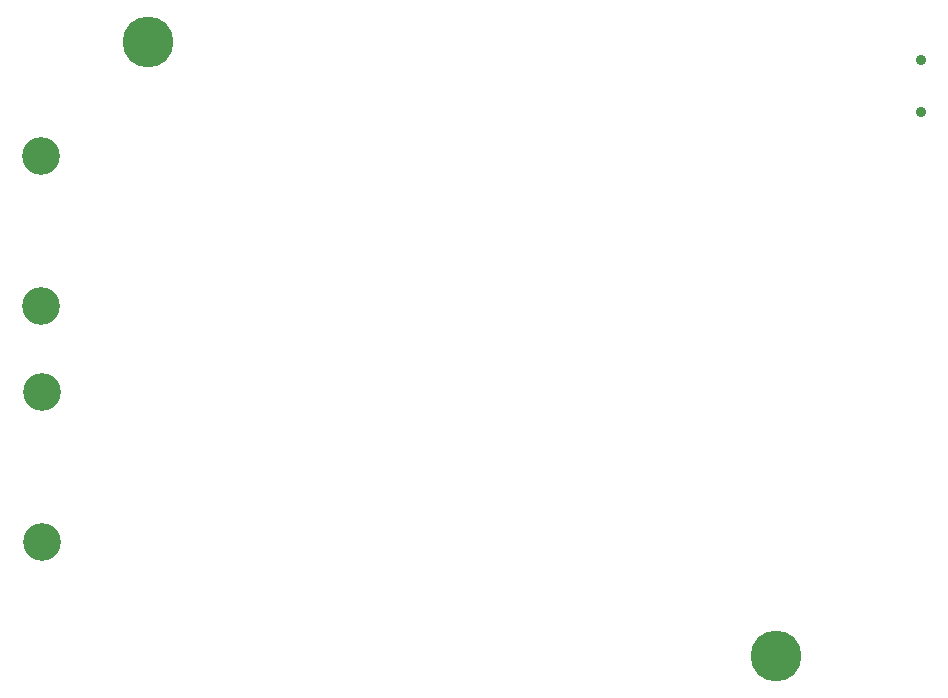
<source format=gbr>
%TF.GenerationSoftware,KiCad,Pcbnew,(6.0.4)*%
%TF.CreationDate,2023-06-02T13:45:16+02:00*%
%TF.ProjectId,Modbus-RJ45-Breakout,4d6f6462-7573-42d5-924a-34352d427265,0.0.2*%
%TF.SameCoordinates,Original*%
%TF.FileFunction,NonPlated,1,2,NPTH,Drill*%
%TF.FilePolarity,Positive*%
%FSLAX46Y46*%
G04 Gerber Fmt 4.6, Leading zero omitted, Abs format (unit mm)*
G04 Created by KiCad (PCBNEW (6.0.4)) date 2023-06-02 13:45:16*
%MOMM*%
%LPD*%
G01*
G04 APERTURE LIST*
%TA.AperFunction,ComponentDrill*%
%ADD10C,0.900000*%
%TD*%
%TA.AperFunction,ComponentDrill*%
%ADD11C,3.200000*%
%TD*%
%TA.AperFunction,ComponentDrill*%
%ADD12C,4.300000*%
%TD*%
G04 APERTURE END LIST*
D10*
%TO.C,J5*%
X132225000Y-59550000D03*
X132225000Y-63950000D03*
D11*
%TO.C,J1*%
X57800000Y-67650000D03*
X57800000Y-80350000D03*
%TO.C,J2*%
X57815000Y-87650000D03*
X57815000Y-100350000D03*
D12*
%TO.C,H1*%
X66800000Y-58000000D03*
%TO.C,H2*%
X120000000Y-110000000D03*
M02*

</source>
